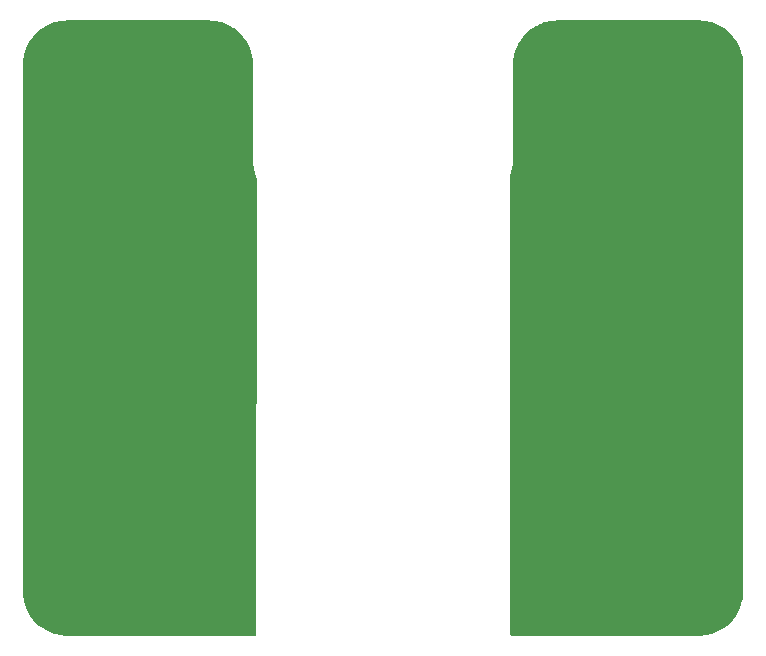
<source format=gbl>
%TF.GenerationSoftware,KiCad,Pcbnew,6.0.2+dfsg-1*%
%TF.CreationDate,2023-05-25T22:22:24+02:00*%
%TF.ProjectId,dclink,64636c69-6e6b-42e6-9b69-6361645f7063,V0*%
%TF.SameCoordinates,Original*%
%TF.FileFunction,Copper,L2,Bot*%
%TF.FilePolarity,Positive*%
%FSLAX46Y46*%
G04 Gerber Fmt 4.6, Leading zero omitted, Abs format (unit mm)*
G04 Created by KiCad (PCBNEW 6.0.2+dfsg-1) date 2023-05-25 22:22:24*
%MOMM*%
%LPD*%
G01*
G04 APERTURE LIST*
%TA.AperFunction,ComponentPad*%
%ADD10C,12.200000*%
%TD*%
%TA.AperFunction,ComponentPad*%
%ADD11O,4.500000X4.000000*%
%TD*%
%TA.AperFunction,ViaPad*%
%ADD12C,0.800000*%
%TD*%
G04 APERTURE END LIST*
D10*
%TO.P, ,1*%
%TO.N,GND*%
X129350000Y-86000000D03*
%TO.P, ,2*%
%TO.N,VDC*%
X170350000Y-86000000D03*
%TD*%
D11*
%TO.P, ,1,GND*%
%TO.N,VDC*%
X175850000Y-121800000D03*
%TO.P, ,2,GND*%
%TO.N,GND*%
X123850000Y-121800000D03*
%TO.P, ,3,SUP*%
%TO.N,VDC*%
X175850000Y-101800000D03*
%TO.P, ,4,GND*%
%TO.N,GND*%
X123850000Y-101800000D03*
%TD*%
D12*
%TO.N,GND*%
X137175000Y-116724995D03*
X137175000Y-114260710D03*
X134875000Y-125358310D03*
X130375000Y-113031390D03*
X137175000Y-106867855D03*
X130375000Y-103169854D03*
X134875000Y-117962158D03*
X130375000Y-100704470D03*
X134875000Y-122892926D03*
X134875000Y-110566006D03*
X125875000Y-110577542D03*
X128125000Y-119189280D03*
X130375000Y-105635238D03*
X123675000Y-114272246D03*
X130375000Y-125358310D03*
X128125000Y-106867855D03*
X134875000Y-100704470D03*
X137175000Y-109332140D03*
X137175000Y-111796425D03*
X130375000Y-122892926D03*
X132625000Y-121653565D03*
X134875000Y-120427542D03*
X123675000Y-116736531D03*
X128125000Y-104403570D03*
X130375000Y-127823694D03*
X130375000Y-120427542D03*
X134875000Y-127823694D03*
X137175000Y-101939285D03*
X128125000Y-101939285D03*
X132675000Y-109332140D03*
X137175000Y-104403570D03*
X128125000Y-109332140D03*
X128125000Y-114260710D03*
X128125000Y-121653565D03*
X132675000Y-119189280D03*
X130375000Y-115496774D03*
X128125000Y-116724995D03*
X132675000Y-106867855D03*
X132675000Y-101939285D03*
X134875000Y-108100622D03*
X123675000Y-109343676D03*
X132675000Y-99475000D03*
X125875000Y-108112158D03*
X132675000Y-104403570D03*
X137175000Y-99475000D03*
X134875000Y-113031390D03*
X134875000Y-115496774D03*
X123675000Y-111807961D03*
X125875000Y-113042926D03*
X125825000Y-105646774D03*
X134825000Y-105635238D03*
X132675000Y-116724995D03*
X137175000Y-126582135D03*
X130375000Y-117962158D03*
X130375000Y-110566006D03*
X125875000Y-115508310D03*
X132675000Y-114260710D03*
X128125000Y-99475000D03*
X132625000Y-124117850D03*
X128125000Y-124117850D03*
X137175000Y-121653565D03*
X132675000Y-111796425D03*
X125875000Y-117973694D03*
X132625000Y-126582135D03*
X137175000Y-119189280D03*
X134875000Y-98239086D03*
X137150000Y-124117850D03*
X134875000Y-103169854D03*
X130375000Y-108100622D03*
X123675000Y-106879391D03*
X130375000Y-98239086D03*
X128125000Y-126582135D03*
X128125000Y-111796425D03*
%TO.N,VDC*%
X162550000Y-101942865D03*
X164900000Y-105638818D03*
X176050000Y-114275826D03*
X171600000Y-106871435D03*
X164850000Y-103173434D03*
X162550000Y-126585715D03*
X162550000Y-114264290D03*
X169350000Y-110569586D03*
X171600000Y-116728575D03*
X167050000Y-109335720D03*
X169350000Y-117965738D03*
X173850000Y-115511890D03*
X169350000Y-120431122D03*
X169350000Y-122896506D03*
X173850000Y-110581122D03*
X164850000Y-110569586D03*
X162550000Y-109335720D03*
X162550000Y-99478580D03*
X171600000Y-101942865D03*
X167050000Y-101942865D03*
X171600000Y-104407150D03*
X167050000Y-111800005D03*
X176050000Y-109347256D03*
X176050000Y-106882971D03*
X167100000Y-121657145D03*
X162550000Y-106871435D03*
X162575000Y-124121430D03*
X162550000Y-116728575D03*
X171600000Y-114264290D03*
X171600000Y-99478580D03*
X167050000Y-114264290D03*
X169350000Y-105638818D03*
X164850000Y-117965738D03*
X173900000Y-105650354D03*
X171600000Y-126585715D03*
X164850000Y-98242666D03*
X167050000Y-106871435D03*
X167050000Y-119192860D03*
X167050000Y-116728575D03*
X167050000Y-104407150D03*
X164850000Y-127827274D03*
X169350000Y-108104202D03*
X164850000Y-125361890D03*
X162550000Y-104407150D03*
X164850000Y-113034970D03*
X164850000Y-100708050D03*
X162550000Y-111800005D03*
X162550000Y-121657145D03*
X164850000Y-108104202D03*
X167100000Y-124121430D03*
X171600000Y-119192860D03*
X169350000Y-98242666D03*
X169350000Y-115500354D03*
X171600000Y-111800005D03*
X164850000Y-120431122D03*
X167100000Y-126585715D03*
X169350000Y-103173434D03*
X169350000Y-113034970D03*
X171600000Y-109335720D03*
X173850000Y-117977274D03*
X167050000Y-99478580D03*
X169350000Y-100708050D03*
X173850000Y-113046506D03*
X173850000Y-108115738D03*
X164850000Y-115500354D03*
X169350000Y-125361890D03*
X176050000Y-116740111D03*
X176050000Y-111811541D03*
X169350000Y-127827274D03*
X162550000Y-119192860D03*
X164850000Y-122896506D03*
X171600000Y-121657145D03*
X171600000Y-124121430D03*
%TD*%
%TA.AperFunction,Conductor*%
%TO.N,VDC*%
G36*
X176587153Y-78756421D02*
G01*
X176600000Y-78758976D01*
X176612170Y-78756556D01*
X176624581Y-78756556D01*
X176624581Y-78756560D01*
X176635584Y-78755749D01*
X176846485Y-78766109D01*
X176960994Y-78771735D01*
X176973290Y-78772945D01*
X177324684Y-78825070D01*
X177336805Y-78827480D01*
X177439577Y-78853223D01*
X177681400Y-78913798D01*
X177693232Y-78917387D01*
X178027704Y-79037062D01*
X178039128Y-79041794D01*
X178360258Y-79193677D01*
X178371163Y-79199506D01*
X178675860Y-79382135D01*
X178686141Y-79389005D01*
X178971465Y-79600616D01*
X178981023Y-79608460D01*
X179244235Y-79847021D01*
X179252979Y-79855765D01*
X179491540Y-80118977D01*
X179499384Y-80128535D01*
X179710995Y-80413859D01*
X179717865Y-80424140D01*
X179900494Y-80728837D01*
X179906323Y-80739742D01*
X180058206Y-81060872D01*
X180062938Y-81072296D01*
X180182613Y-81406768D01*
X180186202Y-81418600D01*
X180261073Y-81717495D01*
X180272519Y-81763191D01*
X180274930Y-81775316D01*
X180324142Y-82107071D01*
X180327054Y-82126705D01*
X180328266Y-82139011D01*
X180344251Y-82464416D01*
X180343440Y-82475419D01*
X180343444Y-82475419D01*
X180343444Y-82487830D01*
X180341024Y-82500000D01*
X180343579Y-82512844D01*
X180346000Y-82537425D01*
X180346000Y-127062575D01*
X180343579Y-127087153D01*
X180341024Y-127100000D01*
X180343444Y-127112170D01*
X180343444Y-127124581D01*
X180343440Y-127124581D01*
X180344251Y-127135584D01*
X180328266Y-127460989D01*
X180327055Y-127473290D01*
X180274931Y-127824681D01*
X180272520Y-127836805D01*
X180246777Y-127939577D01*
X180186202Y-128181400D01*
X180182613Y-128193232D01*
X180062938Y-128527704D01*
X180058206Y-128539128D01*
X179906323Y-128860258D01*
X179900494Y-128871163D01*
X179717865Y-129175860D01*
X179710995Y-129186141D01*
X179499384Y-129471465D01*
X179491540Y-129481023D01*
X179252979Y-129744235D01*
X179244235Y-129752979D01*
X178981023Y-129991540D01*
X178971465Y-129999384D01*
X178686141Y-130210995D01*
X178675860Y-130217865D01*
X178371163Y-130400494D01*
X178360258Y-130406323D01*
X178039128Y-130558206D01*
X178027704Y-130562938D01*
X177693232Y-130682613D01*
X177681400Y-130686202D01*
X177439577Y-130746777D01*
X177336805Y-130772520D01*
X177324684Y-130774930D01*
X176973290Y-130827055D01*
X176960994Y-130828265D01*
X176846485Y-130833891D01*
X176635584Y-130844251D01*
X176624581Y-130843440D01*
X176624581Y-130843444D01*
X176612170Y-130843444D01*
X176600000Y-130841024D01*
X176587153Y-130843579D01*
X176562575Y-130846000D01*
X160734482Y-130846000D01*
X160666361Y-130825998D01*
X160619868Y-130772342D01*
X160608483Y-130720031D01*
X160599979Y-91972408D01*
X160606511Y-91932339D01*
X160695048Y-91668178D01*
X160695048Y-91668176D01*
X160695977Y-91665406D01*
X160786034Y-91282505D01*
X160793246Y-91230808D01*
X160839978Y-90895796D01*
X160840378Y-90892929D01*
X160858413Y-90502830D01*
X160858976Y-90500000D01*
X160856421Y-90487153D01*
X160854000Y-90462575D01*
X160854000Y-82537425D01*
X160856421Y-82512844D01*
X160858976Y-82500000D01*
X160856556Y-82487830D01*
X160856556Y-82475419D01*
X160856560Y-82475419D01*
X160855749Y-82464416D01*
X160871734Y-82139011D01*
X160872946Y-82126705D01*
X160875859Y-82107071D01*
X160925070Y-81775316D01*
X160927481Y-81763191D01*
X160938928Y-81717495D01*
X161013798Y-81418600D01*
X161017387Y-81406768D01*
X161137062Y-81072296D01*
X161141794Y-81060872D01*
X161293677Y-80739742D01*
X161299506Y-80728837D01*
X161482135Y-80424140D01*
X161489005Y-80413859D01*
X161700616Y-80128535D01*
X161708460Y-80118977D01*
X161947021Y-79855765D01*
X161955765Y-79847021D01*
X162218977Y-79608460D01*
X162228535Y-79600616D01*
X162513859Y-79389005D01*
X162524140Y-79382135D01*
X162828837Y-79199506D01*
X162839742Y-79193677D01*
X163160872Y-79041794D01*
X163172296Y-79037062D01*
X163506768Y-78917387D01*
X163518600Y-78913798D01*
X163760423Y-78853223D01*
X163863195Y-78827480D01*
X163875316Y-78825070D01*
X164226710Y-78772945D01*
X164239006Y-78771735D01*
X164353515Y-78766109D01*
X164564416Y-78755749D01*
X164575419Y-78756560D01*
X164575419Y-78756556D01*
X164587830Y-78756556D01*
X164600000Y-78758976D01*
X164612847Y-78756421D01*
X164637425Y-78754000D01*
X176562575Y-78754000D01*
X176587153Y-78756421D01*
G37*
%TD.AperFunction*%
%TD*%
%TA.AperFunction,Conductor*%
%TO.N,GND*%
G36*
X135087153Y-78756421D02*
G01*
X135100000Y-78758976D01*
X135112170Y-78756556D01*
X135124581Y-78756556D01*
X135124581Y-78756560D01*
X135135584Y-78755749D01*
X135346485Y-78766109D01*
X135460994Y-78771735D01*
X135473290Y-78772945D01*
X135824684Y-78825070D01*
X135836805Y-78827480D01*
X135939577Y-78853223D01*
X136181400Y-78913798D01*
X136193232Y-78917387D01*
X136527704Y-79037062D01*
X136539128Y-79041794D01*
X136860258Y-79193677D01*
X136871163Y-79199506D01*
X137175860Y-79382135D01*
X137186141Y-79389005D01*
X137471465Y-79600616D01*
X137481023Y-79608460D01*
X137744235Y-79847021D01*
X137752979Y-79855765D01*
X137991540Y-80118977D01*
X137999384Y-80128535D01*
X138210995Y-80413859D01*
X138217865Y-80424140D01*
X138400494Y-80728837D01*
X138406323Y-80739742D01*
X138558206Y-81060872D01*
X138562938Y-81072296D01*
X138682613Y-81406768D01*
X138686202Y-81418600D01*
X138761073Y-81717495D01*
X138772519Y-81763191D01*
X138774930Y-81775316D01*
X138824142Y-82107071D01*
X138827054Y-82126705D01*
X138828266Y-82139011D01*
X138844251Y-82464416D01*
X138843440Y-82475419D01*
X138843444Y-82475419D01*
X138843444Y-82487830D01*
X138841024Y-82500000D01*
X138843579Y-82512844D01*
X138846000Y-82537425D01*
X138846000Y-90462575D01*
X138843579Y-90487153D01*
X138841024Y-90500000D01*
X138841587Y-90502830D01*
X138859622Y-90892929D01*
X138860022Y-90895796D01*
X138906755Y-91230808D01*
X138913966Y-91282505D01*
X139004023Y-91665406D01*
X139004950Y-91668171D01*
X139124505Y-92024877D01*
X139131037Y-92065019D01*
X139100302Y-130720100D01*
X139080246Y-130788205D01*
X139026553Y-130834655D01*
X138974302Y-130846000D01*
X123137425Y-130846000D01*
X123112847Y-130843579D01*
X123100000Y-130841024D01*
X123087830Y-130843444D01*
X123075419Y-130843444D01*
X123075419Y-130843440D01*
X123064416Y-130844251D01*
X122853515Y-130833891D01*
X122739006Y-130828265D01*
X122726710Y-130827055D01*
X122375316Y-130774930D01*
X122363195Y-130772520D01*
X122260423Y-130746777D01*
X122018600Y-130686202D01*
X122006768Y-130682613D01*
X121672296Y-130562938D01*
X121660872Y-130558206D01*
X121339742Y-130406323D01*
X121328837Y-130400494D01*
X121024140Y-130217865D01*
X121013859Y-130210995D01*
X120728535Y-129999384D01*
X120718977Y-129991540D01*
X120455765Y-129752979D01*
X120447021Y-129744235D01*
X120208460Y-129481023D01*
X120200616Y-129471465D01*
X119989005Y-129186141D01*
X119982135Y-129175860D01*
X119799506Y-128871163D01*
X119793677Y-128860258D01*
X119641794Y-128539128D01*
X119637062Y-128527704D01*
X119517387Y-128193232D01*
X119513798Y-128181400D01*
X119453223Y-127939577D01*
X119427480Y-127836805D01*
X119425069Y-127824681D01*
X119372945Y-127473290D01*
X119371734Y-127460989D01*
X119355749Y-127135584D01*
X119356560Y-127124581D01*
X119356556Y-127124581D01*
X119356556Y-127112170D01*
X119358976Y-127100000D01*
X119356421Y-127087153D01*
X119354000Y-127062575D01*
X119354000Y-82537425D01*
X119356421Y-82512844D01*
X119358976Y-82500000D01*
X119356556Y-82487830D01*
X119356556Y-82475419D01*
X119356560Y-82475419D01*
X119355749Y-82464416D01*
X119371734Y-82139011D01*
X119372946Y-82126705D01*
X119375859Y-82107071D01*
X119425070Y-81775316D01*
X119427481Y-81763191D01*
X119438928Y-81717495D01*
X119513798Y-81418600D01*
X119517387Y-81406768D01*
X119637062Y-81072296D01*
X119641794Y-81060872D01*
X119793677Y-80739742D01*
X119799506Y-80728837D01*
X119982135Y-80424140D01*
X119989005Y-80413859D01*
X120200616Y-80128535D01*
X120208460Y-80118977D01*
X120447021Y-79855765D01*
X120455765Y-79847021D01*
X120718977Y-79608460D01*
X120728535Y-79600616D01*
X121013859Y-79389005D01*
X121024140Y-79382135D01*
X121328837Y-79199506D01*
X121339742Y-79193677D01*
X121660872Y-79041794D01*
X121672296Y-79037062D01*
X122006768Y-78917387D01*
X122018600Y-78913798D01*
X122260423Y-78853223D01*
X122363195Y-78827480D01*
X122375316Y-78825070D01*
X122726710Y-78772945D01*
X122739006Y-78771735D01*
X122853515Y-78766109D01*
X123064416Y-78755749D01*
X123075419Y-78756560D01*
X123075419Y-78756556D01*
X123087830Y-78756556D01*
X123100000Y-78758976D01*
X123112847Y-78756421D01*
X123137425Y-78754000D01*
X135062575Y-78754000D01*
X135087153Y-78756421D01*
G37*
%TD.AperFunction*%
%TD*%
M02*

</source>
